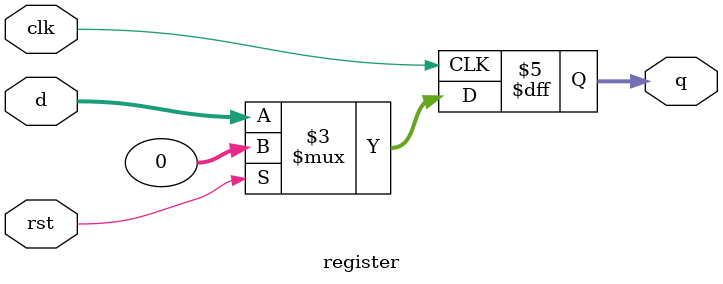
<source format=v>
module register
(
	d,
	clk,
	rst,
	q	
);

	input [31:0] d;
	input rst, clk;
	output reg [31:0] q;

	always @(posedge clk)
	begin
		if(rst)
			q <= 32'd0;
		else
			q <= d;
	end

endmodule

</source>
